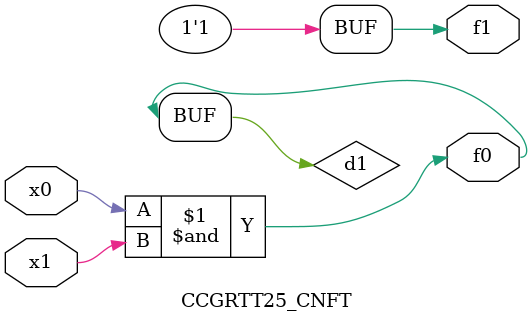
<source format=v>
module CCGRTT25_CNFT(
	input x0, x1,
	output f0, f1
);

	wire d1;

	assign f0 = d1;
	and (d1, x0, x1);
	assign f1 = 1'b1;
endmodule

</source>
